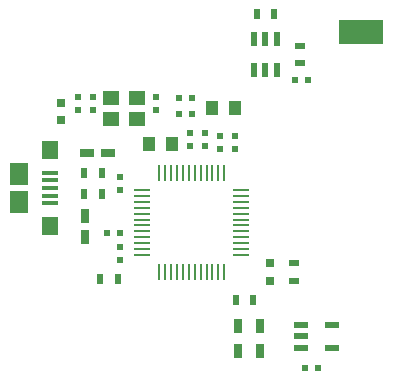
<source format=gbr>
G04 #@! TF.FileFunction,Paste,Top*
%FSLAX46Y46*%
G04 Gerber Fmt 4.6, Leading zero omitted, Abs format (unit mm)*
G04 Created by KiCad (PCBNEW 4.0.1-stable) date 2/26/2016 3:51:48 AM*
%MOMM*%
G01*
G04 APERTURE LIST*
%ADD10C,0.100000*%
%ADD11R,0.750000X0.800000*%
%ADD12R,0.500000X0.600000*%
%ADD13R,1.000000X1.250000*%
%ADD14R,0.600000X0.500000*%
%ADD15R,0.762000X1.270000*%
%ADD16R,1.270000X0.762000*%
%ADD17R,0.900000X0.500000*%
%ADD18R,0.500000X0.900000*%
%ADD19R,0.700000X1.300000*%
%ADD20R,0.620000X1.220000*%
%ADD21O,1.500000X0.250000*%
%ADD22O,0.250000X1.500000*%
%ADD23R,1.220000X0.620000*%
%ADD24R,1.600000X1.900000*%
%ADD25R,1.350000X0.400000*%
%ADD26R,1.400000X1.600000*%
%ADD27R,3.800000X2.030000*%
%ADD28R,1.400000X1.200000*%
G04 APERTURE END LIST*
D10*
D11*
X132080000Y-103493000D03*
X132080000Y-101993000D03*
D12*
X143002000Y-104606000D03*
X143002000Y-105706000D03*
D11*
X149733000Y-117082000D03*
X149733000Y-115582000D03*
D13*
X139462000Y-105537000D03*
X141462000Y-105537000D03*
D12*
X140081000Y-102658000D03*
X140081000Y-101558000D03*
X145542000Y-105960000D03*
X145542000Y-104860000D03*
D13*
X146796000Y-102489000D03*
X144796000Y-102489000D03*
D12*
X144272000Y-105706000D03*
X144272000Y-104606000D03*
X146812000Y-105960000D03*
X146812000Y-104860000D03*
X137033000Y-109389000D03*
X137033000Y-108289000D03*
X134747000Y-101558000D03*
X134747000Y-102658000D03*
X137033000Y-114258000D03*
X137033000Y-115358000D03*
D14*
X135975000Y-113030000D03*
X137075000Y-113030000D03*
D15*
X134112000Y-111633000D03*
X134112000Y-113411000D03*
D16*
X134239000Y-106299000D03*
X136017000Y-106299000D03*
D12*
X133477000Y-101558000D03*
X133477000Y-102658000D03*
D14*
X142071000Y-102997000D03*
X143171000Y-102997000D03*
X142071000Y-101600000D03*
X143171000Y-101600000D03*
D17*
X152273000Y-97167000D03*
X152273000Y-98667000D03*
D18*
X150102000Y-94488000D03*
X148602000Y-94488000D03*
X146824000Y-118745000D03*
X148324000Y-118745000D03*
X133997000Y-107950000D03*
X135497000Y-107950000D03*
X133997000Y-109728000D03*
X135497000Y-109728000D03*
D17*
X151765000Y-117082000D03*
X151765000Y-115582000D03*
D18*
X135382000Y-116967000D03*
X136882000Y-116967000D03*
D19*
X147005000Y-120904000D03*
X148905000Y-120904000D03*
X147005000Y-123063000D03*
X148905000Y-123063000D03*
D20*
X150302000Y-96617000D03*
X149352000Y-96617000D03*
X148402000Y-96617000D03*
X150302000Y-99217000D03*
X149352000Y-99217000D03*
X148402000Y-99217000D03*
D21*
X138920000Y-109391000D03*
X138920000Y-109891000D03*
X138920000Y-110391000D03*
X138920000Y-110891000D03*
X138920000Y-111391000D03*
X138920000Y-111891000D03*
X138920000Y-112391000D03*
X138920000Y-112891000D03*
X138920000Y-113391000D03*
X138920000Y-113891000D03*
X138920000Y-114391000D03*
X138920000Y-114891000D03*
D22*
X140370000Y-116341000D03*
X140870000Y-116341000D03*
X141370000Y-116341000D03*
X141870000Y-116341000D03*
X142370000Y-116341000D03*
X142870000Y-116341000D03*
X143370000Y-116341000D03*
X143870000Y-116341000D03*
X144370000Y-116341000D03*
X144870000Y-116341000D03*
X145370000Y-116341000D03*
X145870000Y-116341000D03*
D21*
X147320000Y-114891000D03*
X147320000Y-114391000D03*
X147320000Y-113891000D03*
X147320000Y-113391000D03*
X147320000Y-112891000D03*
X147320000Y-112391000D03*
X147320000Y-111891000D03*
X147320000Y-111391000D03*
X147320000Y-110891000D03*
X147320000Y-110391000D03*
X147320000Y-109891000D03*
X147320000Y-109391000D03*
D22*
X145870000Y-107941000D03*
X145370000Y-107941000D03*
X144870000Y-107941000D03*
X144370000Y-107941000D03*
X143870000Y-107941000D03*
X143370000Y-107941000D03*
X142870000Y-107941000D03*
X142370000Y-107941000D03*
X141870000Y-107941000D03*
X141370000Y-107941000D03*
X140870000Y-107941000D03*
X140370000Y-107941000D03*
D23*
X152370000Y-120843000D03*
X152370000Y-121793000D03*
X152370000Y-122743000D03*
X154970000Y-120843000D03*
X154970000Y-122743000D03*
D14*
X152739000Y-124460000D03*
X153839000Y-124460000D03*
D24*
X128473200Y-108020000D03*
X128473200Y-110420000D03*
D25*
X131148200Y-109220000D03*
X131148200Y-109870000D03*
X131148200Y-110520000D03*
X131148200Y-108570000D03*
X131148200Y-107920000D03*
D26*
X131148200Y-106020000D03*
X131148200Y-112420000D03*
D14*
X152950000Y-100076000D03*
X151850000Y-100076000D03*
D27*
X157480000Y-96012000D03*
D28*
X136314000Y-103339000D03*
X138514000Y-103339000D03*
X138514000Y-101639000D03*
X136314000Y-101639000D03*
M02*

</source>
